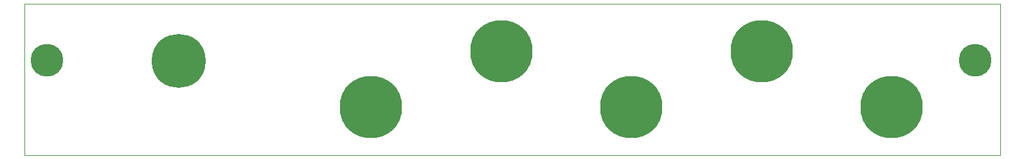
<source format=gbs>
G75*
%MOIN*%
%OFA0B0*%
%FSLAX24Y24*%
%IPPOS*%
%LPD*%
%AMOC8*
5,1,8,0,0,1.08239X$1,22.5*
%
%ADD10C,0.0000*%
%ADD11C,0.1700*%
%ADD12C,0.3235*%
%ADD13C,0.2802*%
D10*
X002680Y001850D02*
X002680Y009724D01*
X053271Y009724D01*
X053271Y001850D01*
X002680Y001850D01*
D11*
X003861Y006771D03*
X051971Y006771D03*
D12*
X047650Y004347D03*
X034155Y004353D03*
X027400Y007254D03*
X040912Y007256D03*
X020650Y004352D03*
D13*
X010690Y006737D03*
M02*

</source>
